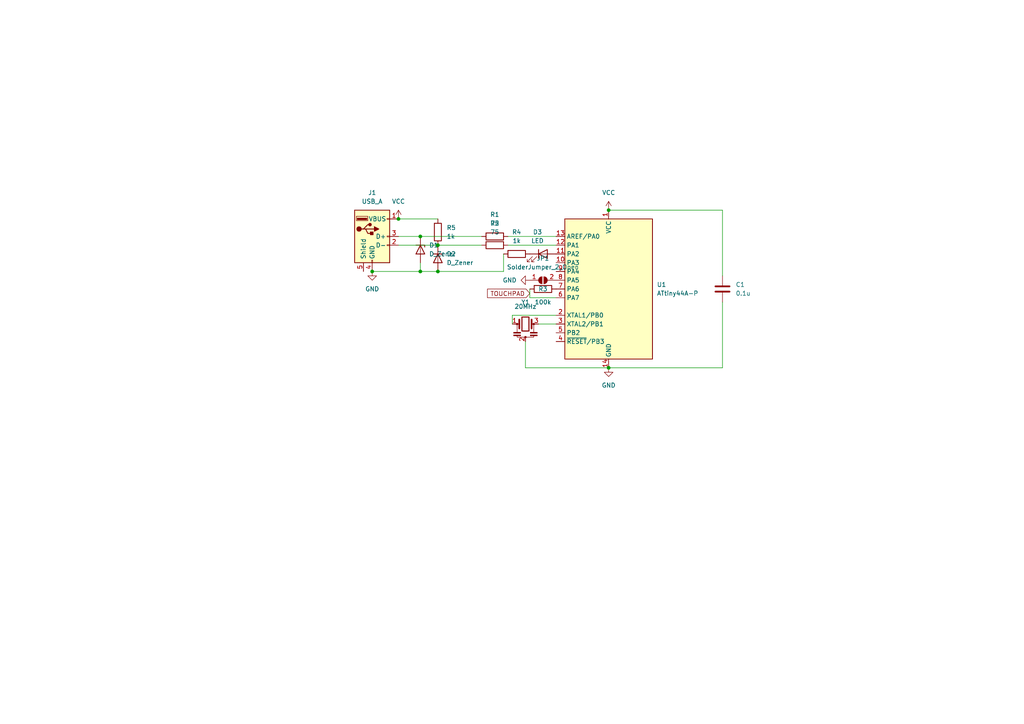
<source format=kicad_sch>
(kicad_sch (version 20230121) (generator eeschema)
  (paper "A4")
  (lib_symbols
    (symbol "Connector:USB_A" (pin_names (offset 1.016))
      (property "Reference" "J" (at -5.08 11.43 0))
      (property "Value" "USB_A" (at -5.08 8.89 0))
      (symbol "USB_A_0_1"
        (rectangle (start -5.08 -7.62) (end 5.08 7.62) (stroke (width 0.254)) (fill (type background)))
        (circle (center -3.81 2.159) (radius 0.635) (stroke (width 0.254)) (fill (type outline)))
        (rectangle (start -1.524 4.826) (end -4.318 5.334) (fill (type outline)))
        (rectangle (start -1.27 4.572) (end -4.572 5.842))
        (circle (center -0.635 3.429) (radius 0.381) (stroke (width 0.254)) (fill (type outline)))
        (rectangle (start -0.127 -7.62) (end 0.127 -6.858))
        (polyline (pts (xy -3.175 2.159) (xy -2.54 2.159) (xy -1.27 3.429) (xy -0.635 3.429)) (stroke (width 0.254)))
        (polyline (pts (xy -2.54 2.159) (xy -1.905 2.159) (xy -1.27 0.889) (xy 0 0.889)) (stroke (width 0.254)))
        (polyline (pts (xy 0.635 2.794) (xy 0.635 1.524) (xy 1.905 2.159) (xy 0.635 2.794)) (stroke (width 0.254)) (fill (type outline)))
        (rectangle (start 0.254 1.27) (end -0.508 0.508) (stroke (width 0.254)) (fill (type outline)))
        (rectangle (start 5.08 -2.667) (end 4.318 -2.413))
        (rectangle (start 5.08 -0.127) (end 4.318 0.127))
        (rectangle (start 5.08 4.953) (end 4.318 5.207))
      )
      (symbol "USB_A_1_1"
        (polyline (pts (xy -1.905 2.159) (xy 0.635 2.159)) (stroke (width 0.254)))
        (pin power_in line (at 7.62 5.08 180) (length 2.54) (name "VBUS") (number "1"))
        (pin bidirectional line (at 7.62 -2.54 180) (length 2.54) (name "D-") (number "2"))
        (pin bidirectional line (at 7.62 0 180) (length 2.54) (name "D+") (number "3"))
        (pin power_in line (at 0 -10.16 90) (length 2.54) (name "GND") (number "4"))
        (pin passive line (at -2.54 -10.16 90) (length 2.54) (name "Shield") (number "5"))
      )
    )
    (symbol "Device:C" (pin_numbers hide) (pin_names (offset 0.254))
      (property "Reference" "C" (at 0.635 2.54 0))
      (property "Value" "C" (at 0.635 -2.54 0))
      (symbol "C_0_1"
        (polyline (pts (xy -2.032 -0.762) (xy 2.032 -0.762)) (stroke (width 0.508)))
        (polyline (pts (xy -2.032 0.762) (xy 2.032 0.762)) (stroke (width 0.508)))
      )
      (symbol "C_1_1"
        (pin passive line (at 0 3.81 270) (length 2.794) (name "~") (number "1"))
        (pin passive line (at 0 -3.81 90) (length 2.794) (name "~") (number "2"))
      )
    )
    (symbol "Device:D_Zener" (pin_numbers hide) (pin_names (offset 1.016) hide)
      (property "Reference" "D" (at 0 2.54 0))
      (property "Value" "D_Zener" (at 0 -2.54 0))
      (symbol "D_Zener_0_1"
        (polyline (pts (xy 1.27 0) (xy -1.27 0)))
        (polyline (pts (xy -1.27 -1.27) (xy -1.27 1.27) (xy -0.762 1.27)) (stroke (width 0.254)))
        (polyline (pts (xy 1.27 -1.27) (xy 1.27 1.27) (xy -1.27 0) (xy 1.27 -1.27)) (stroke (width 0.254)))
      )
      (symbol "D_Zener_1_1"
        (pin passive line (at -3.81 0 0) (length 2.54) (name "K") (number "1"))
        (pin passive line (at 3.81 0 180) (length 2.54) (name "A") (number "2"))
      )
    )
    (symbol "Device:LED" (pin_numbers hide) (pin_names (offset 1.016) hide)
      (property "Reference" "D" (at 0 2.54 0))
      (property "Value" "LED" (at 0 -2.54 0))
      (symbol "LED_0_1"
        (polyline (pts (xy -1.27 -1.27) (xy -1.27 1.27)) (stroke (width 0.254)))
        (polyline (pts (xy -1.27 0) (xy 1.27 0)))
        (polyline (pts (xy 1.27 -1.27) (xy 1.27 1.27) (xy -1.27 0) (xy 1.27 -1.27)) (stroke (width 0.254)))
        (polyline (pts (xy -3.048 -0.762) (xy -4.572 -2.286) (xy -3.81 -2.286) (xy -4.572 -2.286) (xy -4.572 -1.524)))
        (polyline (pts (xy -1.778 -0.762) (xy -3.302 -2.286) (xy -2.54 -2.286) (xy -3.302 -2.286) (xy -3.302 -1.524)))
      )
      (symbol "LED_1_1"
        (pin passive line (at -3.81 0 0) (length 2.54) (name "K") (number "1"))
        (pin passive line (at 3.81 0 180) (length 2.54) (name "A") (number "2"))
      )
    )
    (symbol "Device:R" (pin_numbers hide) (pin_names (offset 0))
      (property "Reference" "R" (at 2.032 0 90))
      (property "Value" "R" (at 0 0 90))
      (symbol "R_0_1"
        (rectangle (start -1.016 -2.54) (end 1.016 2.54) (stroke (width 0.254)))
      )
      (symbol "R_1_1"
        (pin passive line (at 0 3.81 270) (length 1.27) (name "~") (number "1"))
        (pin passive line (at 0 -3.81 90) (length 1.27) (name "~") (number "2"))
      )
    )
    (symbol "Device:Resonator" (pin_names (offset 1.016) hide)
      (property "Reference" "Y" (at 0 5.715 0))
      (property "Value" "Resonator" (at 0 3.81 0))
      (symbol "Resonator_0_1"
        (rectangle (start -3.429 -3.175) (end -1.397 -3.429) (fill (type outline)))
        (rectangle (start -3.429 -2.413) (end -1.397 -2.667) (fill (type outline)))
        (circle (center -2.413 0) (radius 0.254) (fill (type outline)))
        (rectangle (start -1.016 2.032) (end 1.016 -2.032) (stroke (width 0.3048)))
        (circle (center 0 -3.81) (radius 0.254) (fill (type outline)))
        (polyline (pts (xy -2.413 -2.413) (xy -2.413 0)))
        (polyline (pts (xy -1.905 0) (xy -3.175 0)))
        (polyline (pts (xy -1.778 -1.27) (xy -1.778 1.27)) (stroke (width 0.508)))
        (polyline (pts (xy 1.778 -1.27) (xy 1.778 1.27)) (stroke (width 0.508)))
        (polyline (pts (xy 1.905 0) (xy 2.54 0)))
        (polyline (pts (xy 2.413 0) (xy 2.413 -2.54)))
        (polyline (pts (xy 2.413 -3.302) (xy 2.413 -3.81) (xy -2.413 -3.81) (xy -2.413 -3.302)))
        (rectangle (start 1.397 -3.175) (end 3.429 -3.429) (fill (type outline)))
        (rectangle (start 1.397 -2.413) (end 3.429 -2.667) (fill (type outline)))
        (circle (center 2.413 0) (radius 0.254) (fill (type outline)))
      )
      (symbol "Resonator_1_1"
        (pin passive line (at -3.81 0 0) (length 1.27) (name "1") (number "1"))
        (pin passive line (at 0 -5.08 90) (length 1.27) (name "2") (number "2"))
        (pin passive line (at 3.81 0 180) (length 1.27) (name "3") (number "3"))
      )
    )
    (symbol "Jumper:SolderJumper_2_Open" (pin_names (offset 0) hide)
      (property "Reference" "JP" (at 0 2.032 0))
      (property "Value" "SolderJumper_2_Open" (at 0 -2.54 0))
      (symbol "SolderJumper_2_Open_0_1"
        (arc (start -0.254 1.016) (mid -1.2656 0) (end -0.254 -1.016))
        (arc (start -0.254 1.016) (mid -1.2656 0) (end -0.254 -1.016) (fill (type outline)))
        (polyline (pts (xy -0.254 1.016) (xy -0.254 -1.016)))
        (polyline (pts (xy 0.254 1.016) (xy 0.254 -1.016)))
        (arc (start 0.254 -1.016) (mid 1.2656 0) (end 0.254 1.016))
        (arc (start 0.254 -1.016) (mid 1.2656 0) (end 0.254 1.016) (fill (type outline)))
      )
      (symbol "SolderJumper_2_Open_1_1"
        (pin passive line (at -3.81 0 0) (length 2.54) (name "A") (number "1"))
        (pin passive line (at 3.81 0 180) (length 2.54) (name "B") (number "2"))
      )
    )
    (symbol "MCU_Microchip_ATtiny:ATtiny44A-P"
      (property "Reference" "U" (at -12.7 21.59 0))
      (property "Value" "ATtiny44A-P" (at 2.54 -21.59 0))
      (symbol "ATtiny44A-P_0_1"
        (rectangle (start -12.7 -20.32) (end 12.7 20.32) (stroke (width 0.254)) (fill (type background)))
      )
      (symbol "ATtiny44A-P_1_1"
        (pin power_in line (at 0 22.86 270) (length 2.54) (name "VCC") (number "1"))
        (pin bidirectional line (at 15.24 7.62 180) (length 2.54) (name "PA3") (number "10"))
        (pin bidirectional line (at 15.24 10.16 180) (length 2.54) (name "PA2") (number "11"))
        (pin bidirectional line (at 15.24 12.7 180) (length 2.54) (name "PA1") (number "12"))
        (pin bidirectional line (at 15.24 15.24 180) (length 2.54) (name "AREF/PA0") (number "13"))
        (pin power_in line (at 0 -22.86 90) (length 2.54) (name "GND") (number "14"))
        (pin bidirectional line (at 15.24 -7.62 180) (length 2.54) (name "XTAL1/PB0") (number "2"))
        (pin bidirectional line (at 15.24 -10.16 180) (length 2.54) (name "XTAL2/PB1") (number "3"))
        (pin bidirectional line (at 15.24 -15.24 180) (length 2.54) (name "~{RESET}/PB3") (number "4"))
        (pin bidirectional line (at 15.24 -12.7 180) (length 2.54) (name "PB2") (number "5"))
        (pin bidirectional line (at 15.24 -2.54 180) (length 2.54) (name "PA7") (number "6"))
        (pin bidirectional line (at 15.24 0 180) (length 2.54) (name "PA6") (number "7"))
        (pin bidirectional line (at 15.24 2.54 180) (length 2.54) (name "PA5") (number "8"))
        (pin bidirectional line (at 15.24 5.08 180) (length 2.54) (name "PA4") (number "9"))
      )
    )
    (symbol "power:GND" (power) (pin_names (offset 0))
      (property "Value" "GND" (at 0 -3.81 0))
      (symbol "GND_0_1"
        (polyline (pts (xy 0 0) (xy 0 -1.27) (xy 1.27 -1.27) (xy 0 -2.54) (xy -1.27 -1.27) (xy 0 -1.27)))
      )
      (symbol "GND_1_1"
        (pin power_in line (at 0 0 270) (length 0) hide (name "GND") (number "1"))
      )
    )
    (symbol "power:VCC" (power) (pin_names (offset 0))
      (property "Value" "VCC" (at 0 3.81 0))
      (symbol "VCC_0_1"
        (polyline (pts (xy -0.762 1.27) (xy 0 2.54)))
        (polyline (pts (xy 0 0) (xy 0 2.54)))
        (polyline (pts (xy 0 2.54) (xy 0.762 1.27)))
      )
      (symbol "VCC_1_1"
        (pin power_in line (at 0 0 90) (length 0) hide (name "VCC") (number "1"))
      )
    )
  )
  (junction (at 176.53 106.68))
  (junction (at 127 71.12))
  (junction (at 115.57 63.5))
  (junction (at 127 78.74))
  (junction (at 121.92 78.74))
  (junction (at 176.53 60.96))
  (junction (at 121.92 68.58))
  (junction (at 107.95 78.74))
  (wire (pts (xy 153.67 83.82) (xy 153.67 86.36)))
  (wire (pts (xy 153.67 86.36) (xy 161.29 86.36)))
  (wire (pts (xy 107.95 78.74) (xy 121.92 78.74)))
  (wire (pts (xy 161.29 91.44) (xy 148.59 91.44)))
  (wire (pts (xy 147.32 71.12) (xy 161.29 71.12)))
  (wire (pts (xy 115.57 68.58) (xy 121.92 68.58)))
  (wire (pts (xy 147.32 68.58) (xy 161.29 68.58)))
  (wire (pts (xy 209.55 80.01) (xy 209.55 60.96)))
  (wire (pts (xy 127 71.12) (xy 139.7 71.12)))
  (wire (pts (xy 115.57 63.5) (xy 127 63.5)))
  (wire (pts (xy 152.4 106.68) (xy 176.53 106.68)))
  (wire (pts (xy 121.92 76.2) (xy 121.92 78.74)))
  (wire (pts (xy 156.21 93.98) (xy 161.29 93.98)))
  (wire (pts (xy 146.05 73.66) (xy 146.05 78.74)))
  (wire (pts (xy 152.4 99.06) (xy 152.4 106.68)))
  (wire (pts (xy 121.92 78.74) (xy 127 78.74)))
  (wire (pts (xy 115.57 71.12) (xy 127 71.12)))
  (wire (pts (xy 209.55 87.63) (xy 209.55 106.68)))
  (wire (pts (xy 209.55 60.96) (xy 176.53 60.96)))
  (wire (pts (xy 127 78.74) (xy 146.05 78.74)))
  (wire (pts (xy 121.92 68.58) (xy 139.7 68.58)))
  (wire (pts (xy 209.55 106.68) (xy 176.53 106.68)))
  (wire (pts (xy 148.59 91.44) (xy 148.59 93.98)))
  (global_label "TOUCHPAD" (shape input) (at 153.67 85.09 180) (property "Intersheetrefs" "${INTERSHEET_REFS}" (effects hide)))
  (symbol (lib_id "power:VCC") (at 176.53 60.96 0) (unit 1)
    (property "Reference" "#PWR03" (effects hide))
    (property "Value" "VCC" (at 176.53 55.88 0))
  )
  (symbol (lib_id "Device:D_Zener") (at 121.92 72.39 270) (unit 1)
    (property "Reference" "D1" (at 124.46 71.12 90) (effects (justify left)))
    (property "Value" "D_Zener" (at 124.46 73.66 90) (effects (justify left)))
    (property "Footprint" "Library:D_UMD2" (effects hide))
  )
  (symbol (lib_id "Jumper:SolderJumper_2_Open") (at 157.48 81.28 0) (unit 1)
    (property "Reference" "JP1" (at 157.48 74.93 0))
    (property "Value" "SolderJumper_2_Open" (at 157.48 77.47 0))
    (property "Footprint" "Jumper:SolderJumper-2_P1.3mm_Open_RoundedPad1.0x1.5mm" (effects hide))
  )
  (symbol (lib_id "Device:Resonator") (at 152.4 93.98 0) (unit 1)
    (property "Reference" "Y1" (at 152.4 87.63 0))
    (property "Value" "20MHz" (at 152.4 88.9 0))
    (property "Footprint" "Connector_PinHeader_2.54mm:PinHeader_1x03_P2.54mm_Vertical" (effects hide))
  )
  (symbol (lib_id "Device:R") (at 157.48 83.82 90) (unit 1)
    (property "Reference" "R3" (at 157.48 83.82 90))
    (property "Value" "100k" (at 157.48 87.63 90))
    (property "Footprint" "Resistor_SMD:R_0603_1608Metric_Pad0.98x0.95mm_HandSolder" (effects hide))
  )
  (symbol (lib_id "power:VCC") (at 115.57 63.5 0) (unit 1)
    (property "Reference" "#PWR04" (effects hide))
    (property "Value" "VCC" (at 115.57 58.42 0))
  )
  (symbol (lib_id "Device:R") (at 143.51 71.12 90) (unit 1)
    (property "Reference" "R2" (at 143.51 64.77 90))
    (property "Value" "75" (at 143.51 67.31 90))
    (property "Footprint" "Resistor_SMD:R_0603_1608Metric_Pad0.98x0.95mm_HandSolder" (effects hide))
  )
  (symbol (lib_id "Device:C") (at 209.55 83.82 0) (unit 1)
    (property "Reference" "C1" (at 213.36 82.55 0) (effects (justify left)))
    (property "Value" "0.1u" (at 213.36 85.09 0) (effects (justify left)))
    (property "Footprint" "Capacitor_SMD:C_0603_1608Metric_Pad1.08x0.95mm_HandSolder" (effects hide))
  )
  (symbol (lib_id "power:GND") (at 107.95 78.74 0) (unit 1)
    (property "Reference" "#PWR01" (effects hide))
    (property "Value" "GND" (at 107.95 83.82 0))
  )
  (symbol (lib_id "power:GND") (at 176.53 106.68 0) (unit 1)
    (property "Reference" "#PWR02" (effects hide))
    (property "Value" "GND" (at 176.53 111.76 0))
  )
  (symbol (lib_id "Device:LED") (at 157.48 73.66 0) (unit 1)
    (property "Reference" "D3" (at 155.8925 67.31 0))
    (property "Value" "LED" (at 155.8925 69.85 0))
    (property "Footprint" "LED_SMD:LED_0603_1608Metric_Pad1.05x0.95mm_HandSolder" (effects hide))
  )
  (symbol (lib_id "Device:R") (at 149.86 73.66 270) (unit 1)
    (property "Reference" "R4" (at 149.86 67.31 90))
    (property "Value" "1k" (at 149.86 69.85 90))
    (property "Footprint" "Resistor_SMD:R_0603_1608Metric_Pad0.98x0.95mm_HandSolder" (effects hide))
  )
  (symbol (lib_id "power:GND") (at 153.67 81.28 270) (unit 1)
    (property "Reference" "#PWR05" (effects hide))
    (property "Value" "GND" (at 149.86 81.28 90) (effects (justify right)))
  )
  (symbol (lib_id "Device:D_Zener") (at 127 74.93 270) (unit 1)
    (property "Reference" "D2" (at 129.54 73.66 90) (effects (justify left)))
    (property "Value" "D_Zener" (at 129.54 76.2 90) (effects (justify left)))
    (property "Footprint" "Library:D_UMD2" (effects hide))
  )
  (symbol (lib_id "Device:R") (at 143.51 68.58 90) (unit 1)
    (property "Reference" "R1" (at 143.51 62.23 90))
    (property "Value" "75" (at 143.51 64.77 90))
    (property "Footprint" "Resistor_SMD:R_0603_1608Metric_Pad0.98x0.95mm_HandSolder" (effects hide))
  )
  (symbol (lib_id "Device:R") (at 127 67.31 0) (unit 1)
    (property "Reference" "R5" (at 129.54 66.04 0) (effects (justify left)))
    (property "Value" "1k" (at 129.54 68.58 0) (effects (justify left)))
    (property "Footprint" "Resistor_SMD:R_0603_1608Metric_Pad0.98x0.95mm_HandSolder" (effects hide))
  )
  (symbol (lib_id "Connector:USB_A") (at 107.95 68.58 0) (unit 1)
    (property "Reference" "J1" (at 107.95 55.88 0))
    (property "Value" "USB_A" (at 107.95 58.42 0))
    (property "Footprint" "Library:USB-A_Connector_Direct" (effects hide))
    (property "Datasheet" " ~" (effects hide))
  )
  (symbol (lib_id "MCU_Microchip_ATtiny:ATtiny44A-P") (at 176.53 83.82 0) (mirror y) (unit 1)
    (property "Reference" "U1" (at 190.5 82.55 0) (effects (justify right)))
    (property "Value" "ATtiny44A-P" (at 190.5 85.09 0) (effects (justify right)))
    (property "Footprint" "Package_DIP:DIP-14_W7.62mm" (effects hide))
    (property "Datasheet" "http://ww1.microchip.com/downloads/en/DeviceDoc/doc8183.pdf" (effects hide))
  )
)
</source>
